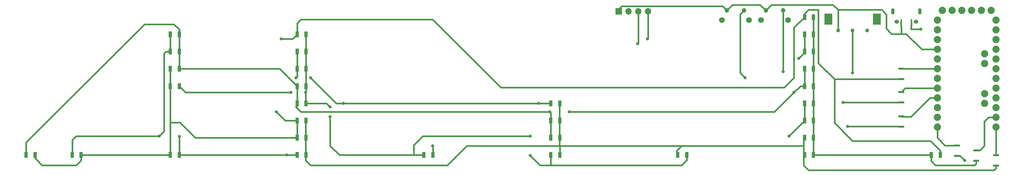
<source format=gbr>
%TF.GenerationSoftware,KiCad,Pcbnew,(5.1.10)-1*%
%TF.CreationDate,2021-07-25T13:07:42+09:00*%
%TF.ProjectId,MHGC,4d484743-2e6b-4696-9361-645f70636258,rev?*%
%TF.SameCoordinates,Original*%
%TF.FileFunction,Copper,L1,Top*%
%TF.FilePolarity,Positive*%
%FSLAX46Y46*%
G04 Gerber Fmt 4.6, Leading zero omitted, Abs format (unit mm)*
G04 Created by KiCad (PCBNEW (5.1.10)-1) date 2021-07-25 13:07:42*
%MOMM*%
%LPD*%
G01*
G04 APERTURE LIST*
%TA.AperFunction,ComponentPad*%
%ADD10O,0.900000X1.600000*%
%TD*%
%TA.AperFunction,ComponentPad*%
%ADD11O,1.250000X0.950000*%
%TD*%
%TA.AperFunction,SMDPad,CuDef*%
%ADD12R,0.400000X1.350000*%
%TD*%
%TA.AperFunction,SMDPad,CuDef*%
%ADD13R,0.850000X1.600000*%
%TD*%
%TA.AperFunction,ComponentPad*%
%ADD14C,1.879600*%
%TD*%
%TA.AperFunction,ComponentPad*%
%ADD15R,2.000000X3.000000*%
%TD*%
%TA.AperFunction,ComponentPad*%
%ADD16C,1.000000*%
%TD*%
%TA.AperFunction,ComponentPad*%
%ADD17O,1.700000X1.700000*%
%TD*%
%TA.AperFunction,ComponentPad*%
%ADD18R,1.700000X1.700000*%
%TD*%
%TA.AperFunction,SMDPad,CuDef*%
%ADD19R,1.600000X0.500000*%
%TD*%
%TA.AperFunction,ComponentPad*%
%ADD20C,1.500000*%
%TD*%
%TA.AperFunction,ComponentPad*%
%ADD21C,1.200000*%
%TD*%
%TA.AperFunction,ViaPad*%
%ADD22C,0.800000*%
%TD*%
%TA.AperFunction,Conductor*%
%ADD23C,0.400000*%
%TD*%
G04 APERTURE END LIST*
D10*
%TO.P,J2,*%
%TO.N,*%
X237800000Y-3000000D03*
X244800000Y-3000000D03*
D11*
X238800000Y-5700000D03*
X243800000Y-5700000D03*
D12*
%TO.P,J2,5*%
%TO.N,GND*%
X240000000Y-5700000D03*
%TO.P,J2,1*%
%TO.N,+5V*%
X242600000Y-5700000D03*
%TD*%
D13*
%TO.P,D14,2*%
%TO.N,Net-(D13-Pad1)*%
X148825000Y-31500000D03*
%TO.P,D14,1*%
%TO.N,Net-(D1-Pad1)*%
X151175000Y-31500000D03*
%TD*%
D14*
%TO.P,U1,JP1_1*%
%TO.N,Net-(U1-PadJP1_1)*%
X263350000Y-2760000D03*
%TO.P,U1,JP1_2*%
%TO.N,Net-(U1-PadJP1_2)*%
X260810000Y-2760000D03*
%TO.P,U1,JP1_3*%
%TO.N,Net-(U1-PadJP1_3)*%
X258270000Y-2760000D03*
%TO.P,U1,JP1_4*%
%TO.N,+5V*%
X255730000Y-2760000D03*
%TO.P,U1,JP1_5*%
%TO.N,GND*%
X253190000Y-2760000D03*
%TO.P,U1,JP1_6*%
X250650000Y-2760000D03*
%TO.P,U1,JP2_1*%
%TO.N,Net-(J1-Pad3)*%
X261699000Y-16603000D03*
%TO.P,U1,JP2_2*%
%TO.N,Net-(J1-Pad4)*%
X261699000Y-14063000D03*
%TO.P,U1,JP3_2*%
%TO.N,Net-(U1-PadJP3_2)*%
X261699000Y-24477000D03*
%TO.P,U1,JP3_1*%
%TO.N,Net-(U1-PadJP3_1)*%
X261699000Y-27017000D03*
%TO.P,U1,JP6_1*%
%TO.N,Net-(U1-PadJP6_1)*%
X264620000Y-5300000D03*
%TO.P,U1,JP6_2*%
%TO.N,GND*%
X264620000Y-7840000D03*
%TO.P,U1,JP6_3*%
%TO.N,Net-(U1-PadJP6_3)*%
X264620000Y-10380000D03*
%TO.P,U1,JP6_4*%
%TO.N,+5V*%
X264620000Y-12920000D03*
%TO.P,U1,JP6_5*%
%TO.N,Net-(U1-PadJP6_5)*%
X264620000Y-15460000D03*
%TO.P,U1,JP6_6*%
%TO.N,Net-(U1-PadJP6_6)*%
X264620000Y-18000000D03*
%TO.P,U1,JP6_7*%
%TO.N,Net-(U1-PadJP6_7)*%
X264620000Y-20540000D03*
%TO.P,U1,JP6_8*%
%TO.N,Net-(RV1-Pad2)*%
X264620000Y-23080000D03*
%TO.P,U1,JP6_9*%
%TO.N,Net-(SW2-Pad1)*%
X264620000Y-25620000D03*
%TO.P,U1,JP6_10*%
%TO.N,Net-(SW1-Pad1)*%
X264620000Y-28160000D03*
%TO.P,U1,JP6_11*%
%TO.N,Net-(R6-Pad1)*%
X264620000Y-30700000D03*
%TO.P,U1,JP6_12*%
%TO.N,Net-(R5-Pad1)*%
X264620000Y-33240000D03*
%TO.P,U1,JP7_1*%
%TO.N,Net-(R4-Pad1)*%
X249380000Y-33240000D03*
%TO.P,U1,JP7_2*%
%TO.N,Net-(U1-PadJP7_2)*%
X249380000Y-30700000D03*
%TO.P,U1,JP7_3*%
%TO.N,Net-(U1-PadJP7_3)*%
X249380000Y-28160000D03*
%TO.P,U1,JP7_4*%
%TO.N,Net-(R3-Pad1)*%
X249380000Y-25620000D03*
%TO.P,U1,JP7_5*%
%TO.N,Net-(R2-Pad1)*%
X249380000Y-23080000D03*
%TO.P,U1,JP7_6*%
%TO.N,Net-(U1-PadJP7_6)*%
X249380000Y-20540000D03*
%TO.P,U1,JP7_7*%
%TO.N,Net-(R1-Pad1)*%
X249380000Y-18000000D03*
%TO.P,U1,JP7_8*%
%TO.N,Net-(U1-PadJP7_8)*%
X249380000Y-15460000D03*
%TO.P,U1,JP7_9*%
%TO.N,GND*%
X249380000Y-12920000D03*
%TO.P,U1,JP7_10*%
%TO.N,Net-(U1-PadJP7_10)*%
X249380000Y-10380000D03*
%TO.P,U1,JP7_11*%
%TO.N,Net-(U1-PadJP7_11)*%
X249380000Y-7840000D03*
%TO.P,U1,JP7_12*%
%TO.N,Net-(U1-PadJP7_12)*%
X249380000Y-5300000D03*
%TD*%
D13*
%TO.P,D11,2*%
%TO.N,Net-(D1-Pad1)*%
X181825000Y-40500000D03*
%TO.P,D11,1*%
%TO.N,Net-(D11-Pad1)*%
X184175000Y-40500000D03*
%TD*%
%TO.P,D1,2*%
%TO.N,Net-(D1-Pad2)*%
X217175000Y-40500000D03*
%TO.P,D1,1*%
%TO.N,Net-(D1-Pad1)*%
X214825000Y-40500000D03*
%TD*%
%TO.P,D2,2*%
%TO.N,Net-(D1-Pad1)*%
X214825000Y-36000000D03*
%TO.P,D2,1*%
%TO.N,Net-(D1-Pad2)*%
X217175000Y-36000000D03*
%TD*%
%TO.P,D3,2*%
%TO.N,Net-(D1-Pad2)*%
X217175000Y-31500000D03*
%TO.P,D3,1*%
%TO.N,Net-(D11-Pad1)*%
X214825000Y-31500000D03*
%TD*%
%TO.P,D4,2*%
%TO.N,Net-(D11-Pad1)*%
X214825000Y-27000000D03*
%TO.P,D4,1*%
%TO.N,Net-(D1-Pad2)*%
X217175000Y-27000000D03*
%TD*%
%TO.P,D5,2*%
%TO.N,Net-(D1-Pad2)*%
X217175000Y-22500000D03*
%TO.P,D5,1*%
%TO.N,Net-(D13-Pad1)*%
X214825000Y-22500000D03*
%TD*%
%TO.P,D6,2*%
%TO.N,Net-(D13-Pad1)*%
X214825000Y-18000000D03*
%TO.P,D6,1*%
%TO.N,Net-(D1-Pad2)*%
X217175000Y-18000000D03*
%TD*%
%TO.P,D7,2*%
%TO.N,Net-(D1-Pad2)*%
X217175000Y-13500000D03*
%TO.P,D7,1*%
%TO.N,Net-(D15-Pad1)*%
X214825000Y-13500000D03*
%TD*%
%TO.P,D8,2*%
%TO.N,Net-(D15-Pad1)*%
X214825000Y-9000000D03*
%TO.P,D8,1*%
%TO.N,Net-(D1-Pad2)*%
X217175000Y-9000000D03*
%TD*%
%TO.P,D9,2*%
%TO.N,Net-(D1-Pad2)*%
X217175000Y-4500000D03*
%TO.P,D9,1*%
%TO.N,Net-(D10-Pad2)*%
X214825000Y-4500000D03*
%TD*%
%TO.P,D10,2*%
%TO.N,Net-(D10-Pad2)*%
X250175000Y-40500000D03*
%TO.P,D10,1*%
%TO.N,Net-(D1-Pad2)*%
X247825000Y-40500000D03*
%TD*%
%TO.P,D12,2*%
%TO.N,Net-(D11-Pad1)*%
X148825000Y-40500000D03*
%TO.P,D12,1*%
%TO.N,Net-(D1-Pad1)*%
X151175000Y-40500000D03*
%TD*%
%TO.P,D13,2*%
%TO.N,Net-(D1-Pad1)*%
X151175000Y-36000000D03*
%TO.P,D13,1*%
%TO.N,Net-(D13-Pad1)*%
X148825000Y-36000000D03*
%TD*%
%TO.P,D15,2*%
%TO.N,Net-(D1-Pad1)*%
X151175000Y-27000000D03*
%TO.P,D15,1*%
%TO.N,Net-(D15-Pad1)*%
X148825000Y-27000000D03*
%TD*%
%TO.P,D16,2*%
%TO.N,Net-(D15-Pad1)*%
X82825000Y-40500000D03*
%TO.P,D16,1*%
%TO.N,Net-(D1-Pad1)*%
X85175000Y-40500000D03*
%TD*%
%TO.P,D17,2*%
%TO.N,Net-(D1-Pad1)*%
X85175000Y-36000000D03*
%TO.P,D17,1*%
%TO.N,Net-(D10-Pad2)*%
X82825000Y-36000000D03*
%TD*%
%TO.P,D18,2*%
%TO.N,Net-(D10-Pad2)*%
X82825000Y-31500000D03*
%TO.P,D18,1*%
%TO.N,Net-(D1-Pad1)*%
X85175000Y-31500000D03*
%TD*%
%TO.P,D19,2*%
%TO.N,Net-(D11-Pad1)*%
X85175000Y-27000000D03*
%TO.P,D19,1*%
%TO.N,Net-(D13-Pad1)*%
X82825000Y-27000000D03*
%TD*%
%TO.P,D20,2*%
%TO.N,Net-(D13-Pad1)*%
X82825000Y-22500000D03*
%TO.P,D20,1*%
%TO.N,Net-(D11-Pad1)*%
X85175000Y-22500000D03*
%TD*%
%TO.P,D21,2*%
%TO.N,Net-(D11-Pad1)*%
X85175000Y-18000000D03*
%TO.P,D21,1*%
%TO.N,Net-(D15-Pad1)*%
X82825000Y-18000000D03*
%TD*%
%TO.P,D22,2*%
%TO.N,Net-(D15-Pad1)*%
X82825000Y-13500000D03*
%TO.P,D22,1*%
%TO.N,Net-(D11-Pad1)*%
X85175000Y-13500000D03*
%TD*%
%TO.P,D23,2*%
%TO.N,Net-(D11-Pad1)*%
X85175000Y-9000000D03*
%TO.P,D23,1*%
%TO.N,Net-(D10-Pad2)*%
X82825000Y-9000000D03*
%TD*%
%TO.P,D24,2*%
%TO.N,Net-(D10-Pad2)*%
X49825000Y-22500000D03*
%TO.P,D24,1*%
%TO.N,Net-(D11-Pad1)*%
X52175000Y-22500000D03*
%TD*%
%TO.P,D25,2*%
%TO.N,Net-(D15-Pad1)*%
X49825000Y-9000000D03*
%TO.P,D25,1*%
%TO.N,Net-(D13-Pad1)*%
X52175000Y-9000000D03*
%TD*%
%TO.P,D26,2*%
%TO.N,Net-(D13-Pad1)*%
X52175000Y-13500000D03*
%TO.P,D26,1*%
%TO.N,Net-(D15-Pad1)*%
X49825000Y-13500000D03*
%TD*%
%TO.P,D27,2*%
%TO.N,Net-(D10-Pad2)*%
X49825000Y-18000000D03*
%TO.P,D27,1*%
%TO.N,Net-(D13-Pad1)*%
X52175000Y-18000000D03*
%TD*%
%TO.P,D28,2*%
%TO.N,Net-(D13-Pad1)*%
X12325000Y-40500000D03*
%TO.P,D28,1*%
%TO.N,Net-(D10-Pad2)*%
X14675000Y-40500000D03*
%TD*%
%TO.P,D29,2*%
%TO.N,Net-(D10-Pad2)*%
X26675000Y-40500000D03*
%TO.P,D29,1*%
%TO.N,Net-(D15-Pad1)*%
X24325000Y-40500000D03*
%TD*%
%TO.P,D30,2*%
%TO.N,Net-(D15-Pad1)*%
X52175000Y-40500000D03*
%TO.P,D30,1*%
%TO.N,Net-(D10-Pad2)*%
X49825000Y-40500000D03*
%TD*%
%TO.P,D31,2*%
%TO.N,Net-(D11-Pad1)*%
X115825000Y-40500000D03*
%TO.P,D31,1*%
%TO.N,GND*%
X118175000Y-40500000D03*
%TD*%
D15*
%TO.P,RV1,*%
%TO.N,*%
X221030000Y-5000000D03*
X233630000Y-5000000D03*
D16*
%TO.P,RV1,3*%
%TO.N,GND*%
X223580000Y-8000000D03*
%TO.P,RV1,2*%
%TO.N,Net-(RV1-Pad2)*%
X227330000Y-8000000D03*
%TO.P,RV1,1*%
%TO.N,+5V*%
X231080000Y-8000000D03*
%TD*%
D17*
%TO.P,J1,4*%
%TO.N,Net-(J1-Pad4)*%
X174120000Y-3000000D03*
%TO.P,J1,3*%
%TO.N,Net-(J1-Pad3)*%
X171580000Y-3000000D03*
%TO.P,J1,2*%
%TO.N,+5V*%
X169040000Y-3000000D03*
D18*
%TO.P,J1,1*%
%TO.N,GND*%
X166500000Y-3000000D03*
%TD*%
D19*
%TO.P,R1,2*%
%TO.N,Net-(D10-Pad2)*%
X240030000Y-20700000D03*
%TO.P,R1,1*%
%TO.N,Net-(R1-Pad1)*%
X240030000Y-18000000D03*
%TD*%
%TO.P,R2,2*%
%TO.N,Net-(D15-Pad1)*%
X240030000Y-26750000D03*
%TO.P,R2,1*%
%TO.N,Net-(R2-Pad1)*%
X240030000Y-24050000D03*
%TD*%
%TO.P,R3,2*%
%TO.N,Net-(D13-Pad1)*%
X240030000Y-33100000D03*
%TO.P,R3,1*%
%TO.N,Net-(R3-Pad1)*%
X240030000Y-30400000D03*
%TD*%
%TO.P,R4,2*%
%TO.N,Net-(D11-Pad1)*%
X254500000Y-40720000D03*
%TO.P,R4,1*%
%TO.N,Net-(R4-Pad1)*%
X254500000Y-38020000D03*
%TD*%
%TO.P,R5,2*%
%TO.N,Net-(D1-Pad1)*%
X264620000Y-43260000D03*
%TO.P,R5,1*%
%TO.N,Net-(R5-Pad1)*%
X264620000Y-40560000D03*
%TD*%
%TO.P,R6,2*%
%TO.N,Net-(D1-Pad2)*%
X259500000Y-41990000D03*
%TO.P,R6,1*%
%TO.N,Net-(R6-Pad1)*%
X259500000Y-39290000D03*
%TD*%
D20*
%TO.P,SW1,*%
%TO.N,*%
X203510000Y-5250000D03*
X210510000Y-5250000D03*
D21*
%TO.P,SW1,2*%
%TO.N,GND*%
X204760000Y-2750000D03*
%TO.P,SW1,1*%
%TO.N,Net-(SW1-Pad1)*%
X209260000Y-2750000D03*
%TD*%
D20*
%TO.P,SW2,*%
%TO.N,*%
X193350000Y-5250000D03*
X200350000Y-5250000D03*
D21*
%TO.P,SW2,2*%
%TO.N,GND*%
X194600000Y-2750000D03*
%TO.P,SW2,1*%
%TO.N,Net-(SW2-Pad1)*%
X199100000Y-2750000D03*
%TD*%
D22*
%TO.N,Net-(D13-Pad1)*%
X148590000Y-29210000D03*
X153670000Y-29210000D03*
X226060000Y-33020000D03*
X212090000Y-24130000D03*
%TO.N,Net-(D15-Pad1)*%
X46990000Y-35560000D03*
X213360000Y-15240000D03*
X82550000Y-20320000D03*
X86360000Y-20320000D03*
X145720000Y-27000000D03*
X224870000Y-26750000D03*
X52175000Y-35665000D03*
X80150000Y-40500000D03*
X94920000Y-27000000D03*
%TO.N,Net-(D10-Pad2)*%
X77470000Y-29210000D03*
X78740000Y-10160000D03*
%TO.N,Net-(D11-Pad1)*%
X85090000Y-24130000D03*
X81280000Y-24130000D03*
X91440000Y-27940000D03*
X91440000Y-30480000D03*
X210820000Y-35560000D03*
X256540000Y-41910000D03*
X143510000Y-35560000D03*
X143510000Y-40640000D03*
%TO.N,GND*%
X118110000Y-38100000D03*
%TO.N,+5V*%
X245110000Y-7620000D03*
%TO.N,Net-(J1-Pad3)*%
X171450000Y-11430000D03*
%TO.N,Net-(J1-Pad4)*%
X173990000Y-10160000D03*
%TO.N,Net-(RV1-Pad2)*%
X227330000Y-19050000D03*
%TO.N,Net-(SW1-Pad1)*%
X209260000Y-18760000D03*
%TO.N,Net-(SW2-Pad1)*%
X199390000Y-20320000D03*
%TD*%
D23*
%TO.N,Net-(D1-Pad2)*%
X259500000Y-41990000D02*
X259500000Y-42760000D01*
X259500000Y-42760000D02*
X259080000Y-43180000D01*
X259080000Y-43180000D02*
X248920000Y-43180000D01*
X247825000Y-42085000D02*
X247825000Y-40500000D01*
X248920000Y-43180000D02*
X247825000Y-42085000D01*
X247825000Y-40500000D02*
X217175000Y-40500000D01*
X217175000Y-40500000D02*
X217175000Y-4500000D01*
%TO.N,Net-(D1-Pad1)*%
X264620000Y-43990000D02*
X264160000Y-44450000D01*
X264620000Y-43260000D02*
X264620000Y-43990000D01*
X264160000Y-44450000D02*
X215900000Y-44450000D01*
X215900000Y-44450000D02*
X214630000Y-43180000D01*
X214630000Y-36195000D02*
X214825000Y-36000000D01*
X214630000Y-38100000D02*
X182880000Y-38100000D01*
X214630000Y-43180000D02*
X214630000Y-38100000D01*
X214630000Y-38100000D02*
X214630000Y-36195000D01*
X182880000Y-38100000D02*
X181610000Y-39370000D01*
X181610000Y-39370000D02*
X181610000Y-40640000D01*
X85090000Y-31585000D02*
X85175000Y-31500000D01*
X85090000Y-41910000D02*
X85090000Y-31585000D01*
X86360000Y-43180000D02*
X85090000Y-41910000D01*
X121920000Y-43180000D02*
X86360000Y-43180000D01*
X127000000Y-38100000D02*
X121920000Y-43180000D01*
X151175000Y-38145000D02*
X151130000Y-38100000D01*
X151175000Y-40500000D02*
X151175000Y-38145000D01*
X151130000Y-38100000D02*
X127000000Y-38100000D01*
X182880000Y-38100000D02*
X151130000Y-38100000D01*
X151130000Y-27045000D02*
X151175000Y-27000000D01*
X151130000Y-38100000D02*
X151130000Y-27045000D01*
%TO.N,Net-(D13-Pad1)*%
X214825000Y-18000000D02*
X214825000Y-22500000D01*
X214825000Y-22500000D02*
X213720000Y-22500000D01*
X207010000Y-29210000D02*
X153670000Y-29210000D01*
X153670000Y-29210000D02*
X153670000Y-29210000D01*
X12325000Y-40500000D02*
X12325000Y-37205000D01*
X12325000Y-37205000D02*
X43180000Y-6350000D01*
X43180000Y-6350000D02*
X50800000Y-6350000D01*
X52175000Y-7725000D02*
X52175000Y-9000000D01*
X50800000Y-6350000D02*
X52175000Y-7725000D01*
X52175000Y-9000000D02*
X52175000Y-18000000D01*
X78325000Y-18000000D02*
X82825000Y-22500000D01*
X52175000Y-18000000D02*
X78325000Y-18000000D01*
X82825000Y-22500000D02*
X82825000Y-27000000D01*
X148825000Y-29445000D02*
X148590000Y-29210000D01*
X148825000Y-36000000D02*
X148825000Y-29445000D01*
X82825000Y-27665000D02*
X82825000Y-27000000D01*
X82550000Y-27940000D02*
X82825000Y-27665000D01*
X83820000Y-29210000D02*
X82550000Y-27940000D01*
X148590000Y-29210000D02*
X83820000Y-29210000D01*
X239950000Y-33020000D02*
X240030000Y-33100000D01*
X226060000Y-33020000D02*
X239950000Y-33020000D01*
X212090000Y-24130000D02*
X207010000Y-29210000D01*
X213720000Y-22500000D02*
X212090000Y-24130000D01*
%TO.N,Net-(D15-Pad1)*%
X214825000Y-9000000D02*
X214825000Y-13500000D01*
X214825000Y-13775000D02*
X213360000Y-15240000D01*
X214825000Y-13500000D02*
X214825000Y-13775000D01*
X49825000Y-9000000D02*
X49825000Y-13500000D01*
X49825000Y-13500000D02*
X48730000Y-13500000D01*
X48730000Y-13500000D02*
X48260000Y-13970000D01*
X24325000Y-36635000D02*
X24325000Y-40500000D01*
X25400000Y-35560000D02*
X24325000Y-36635000D01*
X82825000Y-40500000D02*
X80150000Y-40500000D01*
X148825000Y-27000000D02*
X145720000Y-27000000D01*
X145720000Y-27000000D02*
X94920000Y-27000000D01*
X93040000Y-27000000D02*
X86360000Y-20320000D01*
X240030000Y-26750000D02*
X224870000Y-26750000D01*
X224870000Y-26750000D02*
X224870000Y-26750000D01*
X82825000Y-20045000D02*
X82550000Y-20320000D01*
X82825000Y-13500000D02*
X82825000Y-20045000D01*
X46990000Y-35560000D02*
X48260000Y-34290000D01*
X48260000Y-13970000D02*
X48260000Y-34290000D01*
X25400000Y-35560000D02*
X46990000Y-35560000D01*
X52175000Y-40500000D02*
X52175000Y-35665000D01*
X52175000Y-35665000D02*
X52175000Y-35665000D01*
X80150000Y-40500000D02*
X52175000Y-40500000D01*
X94920000Y-27000000D02*
X93040000Y-27000000D01*
%TO.N,Net-(D10-Pad2)*%
X222630000Y-20700000D02*
X240030000Y-20700000D01*
X214825000Y-3615000D02*
X215900000Y-2540000D01*
X214825000Y-4500000D02*
X214825000Y-3615000D01*
X250175000Y-40500000D02*
X250175000Y-39355000D01*
X250175000Y-39355000D02*
X247650000Y-36830000D01*
X247650000Y-36830000D02*
X227330000Y-36830000D01*
X222630000Y-32130000D02*
X222630000Y-20700000D01*
X227330000Y-36830000D02*
X222630000Y-32130000D01*
X14675000Y-40500000D02*
X14675000Y-41345000D01*
X14675000Y-41345000D02*
X16510000Y-43180000D01*
X16510000Y-43180000D02*
X25400000Y-43180000D01*
X26675000Y-41905000D02*
X26675000Y-40500000D01*
X25400000Y-43180000D02*
X26675000Y-41905000D01*
X26675000Y-40500000D02*
X49825000Y-40500000D01*
X49825000Y-18000000D02*
X49825000Y-22500000D01*
X49825000Y-22500000D02*
X49825000Y-28235000D01*
X82825000Y-36000000D02*
X56320000Y-36000000D01*
X52365000Y-32045000D02*
X49825000Y-32045000D01*
X56320000Y-36000000D02*
X52365000Y-32045000D01*
X49825000Y-32045000D02*
X49825000Y-40500000D01*
X49825000Y-28235000D02*
X49825000Y-32045000D01*
X82825000Y-31500000D02*
X79760000Y-31500000D01*
X79760000Y-31500000D02*
X77470000Y-29210000D01*
X77470000Y-29210000D02*
X77470000Y-29210000D01*
X81665000Y-10160000D02*
X82825000Y-9000000D01*
X78740000Y-10160000D02*
X81665000Y-10160000D01*
X82825000Y-9000000D02*
X82825000Y-6075000D01*
X83820000Y-5080000D02*
X118110000Y-5080000D01*
X82825000Y-6075000D02*
X83820000Y-5080000D01*
X118110000Y-5080000D02*
X135890000Y-22860000D01*
X209550000Y-22860000D02*
X212090000Y-20320000D01*
X135890000Y-22860000D02*
X209550000Y-22860000D01*
X212090000Y-7235000D02*
X214825000Y-4500000D01*
X212090000Y-20320000D02*
X212090000Y-7235000D01*
X82825000Y-36000000D02*
X82825000Y-31500000D01*
X222630000Y-20700000D02*
X218440000Y-16510000D01*
X215900000Y-2540000D02*
X218440000Y-2540000D01*
X218440000Y-2540000D02*
X218440000Y-16510000D01*
%TO.N,Net-(D11-Pad1)*%
X214825000Y-31500000D02*
X214825000Y-31555000D01*
X214825000Y-27000000D02*
X214825000Y-31500000D01*
X85175000Y-24045000D02*
X85090000Y-24130000D01*
X85175000Y-9000000D02*
X85175000Y-24045000D01*
X85090000Y-26915000D02*
X85175000Y-27000000D01*
X85090000Y-24130000D02*
X85090000Y-26915000D01*
X90500000Y-27000000D02*
X91440000Y-27940000D01*
X85175000Y-27000000D02*
X90500000Y-27000000D01*
X91440000Y-30480000D02*
X91440000Y-38100000D01*
X91440000Y-38100000D02*
X93840000Y-40500000D01*
X214825000Y-31555000D02*
X210820000Y-35560000D01*
X210820000Y-35560000D02*
X210820000Y-35560000D01*
X254500000Y-40720000D02*
X255350000Y-40720000D01*
X255350000Y-40720000D02*
X256540000Y-41910000D01*
X256540000Y-41910000D02*
X256540000Y-41910000D01*
X53805000Y-24130000D02*
X52175000Y-22500000D01*
X81280000Y-24130000D02*
X53805000Y-24130000D01*
X113170000Y-40500000D02*
X113170000Y-37960000D01*
X93840000Y-40500000D02*
X113170000Y-40500000D01*
X113170000Y-40500000D02*
X115825000Y-40500000D01*
X113170000Y-37960000D02*
X115570000Y-35560000D01*
X115570000Y-35560000D02*
X143510000Y-35560000D01*
X143510000Y-35560000D02*
X143510000Y-35560000D01*
X184175000Y-41885000D02*
X184175000Y-40500000D01*
X182880000Y-43180000D02*
X184175000Y-41885000D01*
X143510000Y-40640000D02*
X146050000Y-43180000D01*
X148825000Y-40500000D02*
X148825000Y-42945000D01*
X148825000Y-42945000D02*
X149060000Y-43180000D01*
X149860000Y-43180000D02*
X182880000Y-43180000D01*
X146050000Y-43180000D02*
X149860000Y-43180000D01*
%TO.N,GND*%
X166500000Y-3000000D02*
X166500000Y-2410000D01*
X193499999Y-1649999D02*
X194600000Y-2750000D01*
X167260001Y-1649999D02*
X193499999Y-1649999D01*
X166500000Y-2410000D02*
X167260001Y-1649999D01*
X203280000Y-1270000D02*
X204760000Y-2750000D01*
X196080000Y-1270000D02*
X203280000Y-1270000D01*
X194600000Y-2750000D02*
X196080000Y-1270000D01*
X204760000Y-2750000D02*
X206240000Y-1270000D01*
X223580000Y-2600000D02*
X222250000Y-1270000D01*
X206240000Y-1270000D02*
X222250000Y-1270000D01*
X223580000Y-8000000D02*
X223580000Y-2600000D01*
X223580000Y-2600000D02*
X234890000Y-2600000D01*
X234890000Y-2600000D02*
X236100000Y-3810000D01*
X236100000Y-3810000D02*
X236100000Y-7500000D01*
X236100000Y-7500000D02*
X237490000Y-8890000D01*
X237490000Y-8890000D02*
X240030000Y-8890000D01*
X118175000Y-38165000D02*
X118110000Y-38100000D01*
X118175000Y-40500000D02*
X118175000Y-38165000D01*
X239949999Y-6775001D02*
X239949999Y-5700000D01*
X240030000Y-6855002D02*
X239949999Y-6775001D01*
X240030000Y-8890000D02*
X240030000Y-6855002D01*
X240030000Y-8890000D02*
X241300000Y-8890000D01*
X245330000Y-12920000D02*
X249380000Y-12920000D01*
X241300000Y-8890000D02*
X245330000Y-12920000D01*
%TO.N,+5V*%
X245110000Y-7620000D02*
X242570000Y-7620000D01*
X242570000Y-6855002D02*
X242650001Y-6775001D01*
X242650001Y-6775001D02*
X242650001Y-5700000D01*
X242570000Y-7620000D02*
X242570000Y-6855002D01*
%TO.N,Net-(J1-Pad3)*%
X171580000Y-11300000D02*
X171450000Y-11430000D01*
X171580000Y-3000000D02*
X171580000Y-11300000D01*
%TO.N,Net-(J1-Pad4)*%
X174120000Y-10030000D02*
X173990000Y-10160000D01*
X174120000Y-3000000D02*
X174120000Y-10030000D01*
%TO.N,Net-(R1-Pad1)*%
X249380000Y-18000000D02*
X240030000Y-18000000D01*
%TO.N,Net-(R2-Pad1)*%
X249380000Y-23080000D02*
X241000000Y-23080000D01*
X241000000Y-23080000D02*
X240030000Y-24050000D01*
%TO.N,Net-(R3-Pad1)*%
X249380000Y-25620000D02*
X247430000Y-25620000D01*
X247430000Y-25620000D02*
X242570000Y-30480000D01*
X240110000Y-30480000D02*
X240030000Y-30400000D01*
X242570000Y-30480000D02*
X240110000Y-30480000D01*
%TO.N,Net-(R4-Pad1)*%
X249380000Y-33240000D02*
X249380000Y-36020000D01*
X251380000Y-38020000D02*
X254500000Y-38020000D01*
X249380000Y-36020000D02*
X251380000Y-38020000D01*
%TO.N,Net-(R5-Pad1)*%
X264620000Y-33240000D02*
X264620000Y-40094990D01*
X264620000Y-40094990D02*
X264620000Y-40560000D01*
%TO.N,Net-(R6-Pad1)*%
X264620000Y-30700000D02*
X262670000Y-30700000D01*
X262670000Y-30700000D02*
X261620000Y-31750000D01*
X261620000Y-31750000D02*
X261620000Y-38100000D01*
X260430000Y-39290000D02*
X259500000Y-39290000D01*
X261620000Y-38100000D02*
X260430000Y-39290000D01*
%TO.N,Net-(RV1-Pad2)*%
X227330000Y-8000000D02*
X227330000Y-19050000D01*
X227330000Y-19050000D02*
X227330000Y-19050000D01*
%TO.N,Net-(SW1-Pad1)*%
X209260000Y-2750000D02*
X209260000Y-18760000D01*
X209260000Y-18760000D02*
X209260000Y-18760000D01*
%TO.N,Net-(SW2-Pad1)*%
X199100000Y-2750000D02*
X198120000Y-3730000D01*
X198120000Y-19050000D02*
X199390000Y-20320000D01*
X198120000Y-3730000D02*
X198120000Y-19050000D01*
%TD*%
M02*

</source>
